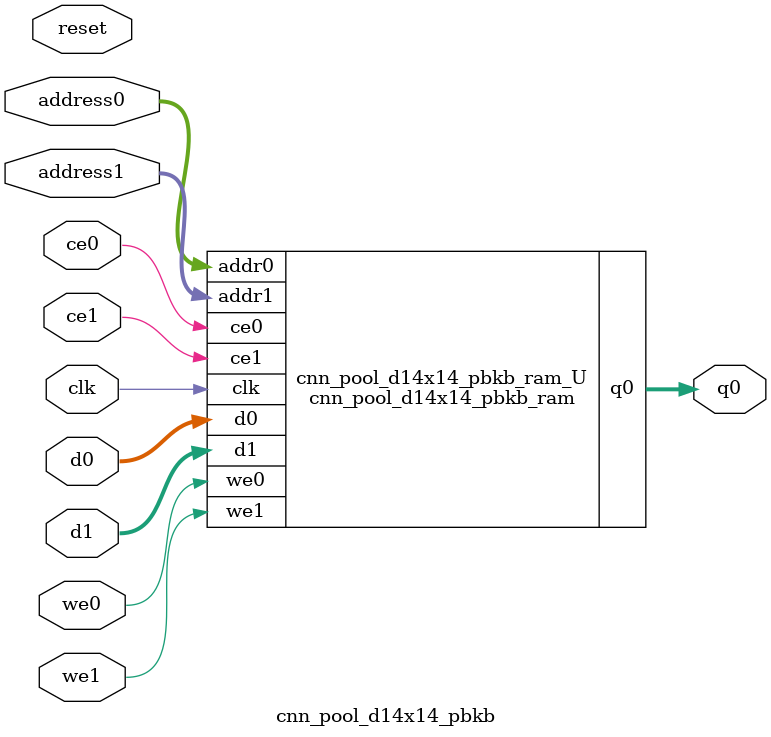
<source format=v>

`timescale 1 ns / 1 ps
module cnn_pool_d14x14_pbkb_ram (addr0, ce0, d0, we0, q0, addr1, ce1, d1, we1,  clk);

parameter DWIDTH = 32;
parameter AWIDTH = 4;
parameter MEM_SIZE = 14;

input[AWIDTH-1:0] addr0;
input ce0;
input[DWIDTH-1:0] d0;
input we0;
output reg[DWIDTH-1:0] q0;
input[AWIDTH-1:0] addr1;
input ce1;
input[DWIDTH-1:0] d1;
input we1;
input clk;

(* ram_style = "block" *)reg [DWIDTH-1:0] ram[0:MEM_SIZE-1];




always @(posedge clk)  
begin 
    if (ce0) 
    begin
        if (we0) 
        begin 
            ram[addr0] <= d0; 
            q0 <= d0;
        end 
        else 
            q0 <= ram[addr0];
    end
end


always @(posedge clk)  
begin 
    if (ce1) 
    begin
        if (we1) 
        begin 
            ram[addr1] <= d1; 
        end 
    end
end


endmodule


`timescale 1 ns / 1 ps
module cnn_pool_d14x14_pbkb(
    reset,
    clk,
    address0,
    ce0,
    we0,
    d0,
    q0,
    address1,
    ce1,
    we1,
    d1);

parameter DataWidth = 32'd32;
parameter AddressRange = 32'd14;
parameter AddressWidth = 32'd4;
input reset;
input clk;
input[AddressWidth - 1:0] address0;
input ce0;
input we0;
input[DataWidth - 1:0] d0;
output[DataWidth - 1:0] q0;
input[AddressWidth - 1:0] address1;
input ce1;
input we1;
input[DataWidth - 1:0] d1;



cnn_pool_d14x14_pbkb_ram cnn_pool_d14x14_pbkb_ram_U(
    .clk( clk ),
    .addr0( address0 ),
    .ce0( ce0 ),
    .d0( d0 ),
    .we0( we0 ),
    .q0( q0 ),
    .addr1( address1 ),
    .ce1( ce1 ),
    .d1( d1 ),
    .we1( we1 ));

endmodule


</source>
